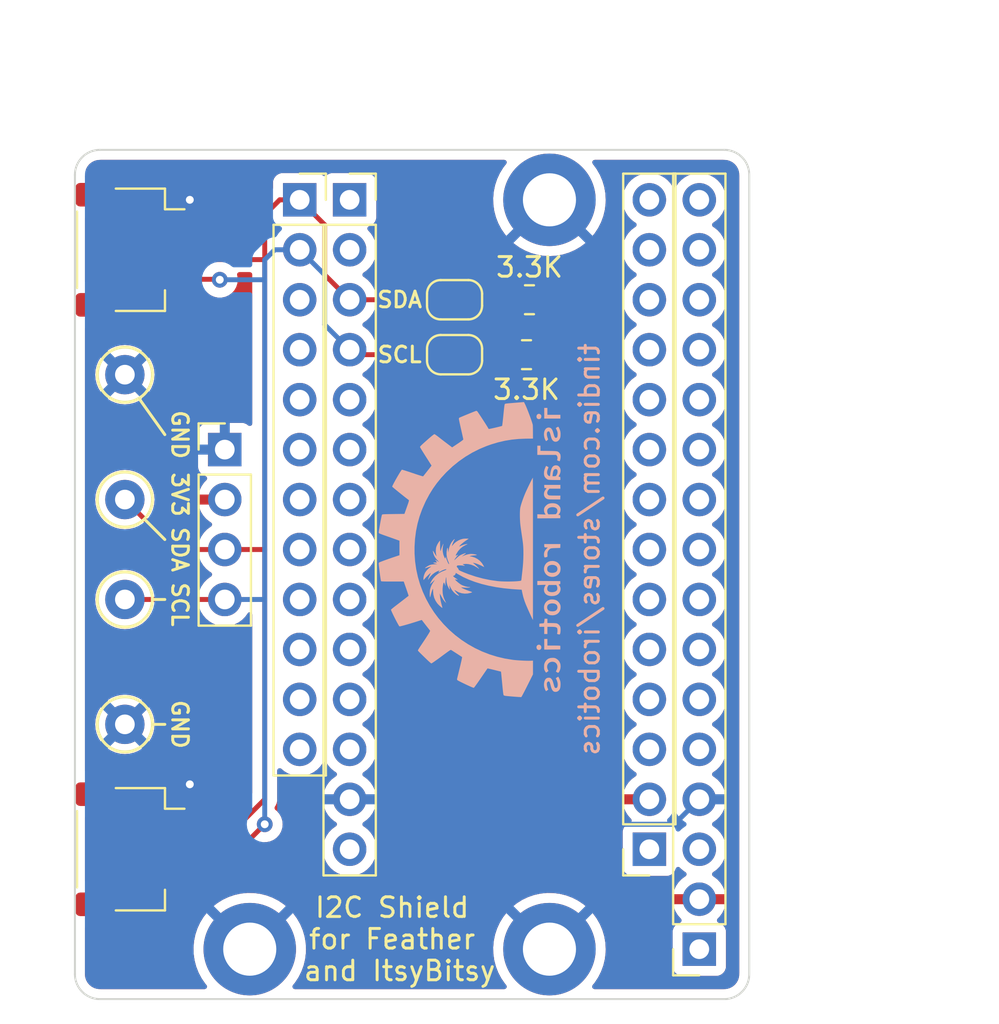
<source format=kicad_pcb>
(kicad_pcb (version 20211014) (generator pcbnew)
  (layers (0 "F.Cu" signal) (31 "B.Cu" signal) (34 "B.Paste" user) (35 "F.Paste" user) (36 "B.SilkS" user "B.Silkscreen") (37 "F.SilkS" user "F.Silkscreen") (38 "B.Mask" user) (39 "F.Mask" user) (44 "Edge.Cuts" user))
  (net 0 "")
  (net 3 "/SDA")
  (net 4 "/SCL")
  (net 13 "GND")
  (net 16 "+3V3")
  (net 53 "Net-(R1-Pad2)")
  (net 54 "Net-(R2-Pad2)")
  (footprint "Connector_JST:JST_SH_SM04B-SRSS-TB_1x04-1MP_P1.00mm_Horizontal" (layer "F.Cu") (at 108.204 119.38 -90)
    (fp_text reference "J6" hide)
    (fp_text value "Conn_01x04_Male" hide)
    (pad "1" smd roundrect locked (at -1.5 -2 270) (size 0.6 1.55) (layers "F.Cu" "F.Paste" "F.Mask") (net 13 "GND"))
    (pad "2" smd roundrect locked (at -0.5 -2 270) (size 0.6 1.55) (layers "F.Cu" "F.Paste" "F.Mask") (net 16 "+3V3"))
    (pad "3" smd roundrect locked (at 0.5 -2 270) (size 0.6 1.55) (layers "F.Cu" "F.Paste" "F.Mask") (net 3 "/SDA"))
    (pad "4" smd roundrect locked (at 1.5 -2 270) (size 0.6 1.55) (layers "F.Cu" "F.Paste" "F.Mask") (net 4 "/SCL"))
    (pad "MP" smd roundrect locked (at -2.8 1.875 270) (size 1.2 1.8) (layers "F.Cu" "F.Paste" "F.Mask") (roundrect_rratio 0.2083333333))
    (pad "MP" smd roundrect locked (at 2.8 1.875 270) (size 1.2 1.8) (layers "F.Cu" "F.Paste" "F.Mask") (roundrect_rratio 0.2083333333))
  )
  (footprint "Connector_PinSocket_2.54mm:PinSocket_1x14_P2.54mm_Vertical" (layer "F.Cu") (at 134.62 119.38 180)
    (fp_text reference "J2" hide)
    (fp_text value "Conn_01x14" hide)
    (pad "1" thru_hole rect locked (at 0 0 180) (size 1.7 1.7) (drill 1) (layers *.Cu *.Mask))
    (pad "2" thru_hole oval locked (at 0 2.54 180) (size 1.7 1.7) (drill 1) (layers *.Cu *.Mask) (net 16 "+3V3"))
    (pad "3" thru_hole oval locked (at 0 5.08 180) (size 1.7 1.7) (drill 1) (layers *.Cu *.Mask))
    (pad "4" thru_hole oval locked (at 0 7.62 180) (size 1.7 1.7) (drill 1) (layers *.Cu *.Mask))
    (pad "5" thru_hole oval locked (at 0 10.16 180) (size 1.7 1.7) (drill 1) (layers *.Cu *.Mask))
    (pad "6" thru_hole oval locked (at 0 12.7 180) (size 1.7 1.7) (drill 1) (layers *.Cu *.Mask))
    (pad "7" thru_hole oval locked (at 0 15.24 180) (size 1.7 1.7) (drill 1) (layers *.Cu *.Mask))
    (pad "8" thru_hole oval locked (at 0 17.78 180) (size 1.7 1.7) (drill 1) (layers *.Cu *.Mask))
    (pad "9" thru_hole oval locked (at 0 20.32 180) (size 1.7 1.7) (drill 1) (layers *.Cu *.Mask))
    (pad "10" thru_hole oval locked (at 0 22.86 180) (size 1.7 1.7) (drill 1) (layers *.Cu *.Mask))
    (pad "11" thru_hole oval locked (at 0 25.4 180) (size 1.7 1.7) (drill 1) (layers *.Cu *.Mask))
    (pad "12" thru_hole oval locked (at 0 27.94 180) (size 1.7 1.7) (drill 1) (layers *.Cu *.Mask))
    (pad "13" thru_hole oval locked (at 0 30.48 180) (size 1.7 1.7) (drill 1) (layers *.Cu *.Mask))
    (pad "14" thru_hole oval locked (at 0 33.02 180) (size 1.7 1.7) (drill 1) (layers *.Cu *.Mask))
  )
  (footprint "TestPoint:TestPoint_Keystone_5000-5004_Miniature" (layer "F.Cu") (at 107.95 106.68)
    (fp_text reference "TP1" hide)
    (fp_text value "TestPoint" hide)
    (pad "1" thru_hole circle locked (at 0 0) (size 2 2) (drill 1) (layers *.Cu *.Mask) (net 4 "/SCL"))
  )
  (footprint "Resistor_SMD:R_0805_2012Metric" (layer "F.Cu") (at 128.524 91.44 180)
    (fp_text reference "R2" hide)
    (fp_text value "3.3K" (at 0 1.65) (layer "F.SilkS"))
    (pad "1" smd roundrect locked (at -0.9125 0 180) (size 1.025 1.4) (layers "F.Cu" "F.Paste" "F.Mask") (roundrect_rratio 0.243902439) (net 16 "+3V3"))
    (pad "2" smd roundrect locked (at 0.9125 0 180) (size 1.025 1.4) (layers "F.Cu" "F.Paste" "F.Mask") (roundrect_rratio 0.243902439) (net 54 "Net-(R2-Pad2)"))
  )
  (footprint "Connector_JST:JST_SH_SM04B-SRSS-TB_1x04-1MP_P1.00mm_Horizontal" (layer "F.Cu") (at 108.204 88.9 -90)
    (fp_text reference "J5" hide)
    (fp_text value "Conn_01x04_Male" hide)
    (pad "1" smd roundrect locked (at -1.5 -2 270) (size 0.6 1.55) (layers "F.Cu" "F.Paste" "F.Mask") (net 13 "GND"))
    (pad "2" smd roundrect locked (at -0.5 -2 270) (size 0.6 1.55) (layers "F.Cu" "F.Paste" "F.Mask") (net 16 "+3V3"))
    (pad "3" smd roundrect locked (at 0.5 -2 270) (size 0.6 1.55) (layers "F.Cu" "F.Paste" "F.Mask") (net 3 "/SDA"))
    (pad "4" smd roundrect locked (at 1.5 -2 270) (size 0.6 1.55) (layers "F.Cu" "F.Paste" "F.Mask") (net 4 "/SCL"))
    (pad "MP" smd roundrect locked (at -2.8 1.875 270) (size 1.2 1.8) (layers "F.Cu" "F.Paste" "F.Mask") (roundrect_rratio 0.2083333333))
    (pad "MP" smd roundrect locked (at 2.8 1.875 270) (size 1.2 1.8) (layers "F.Cu" "F.Paste" "F.Mask") (roundrect_rratio 0.2083333333))
  )
  (footprint "TestPoint:TestPoint_Keystone_5000-5004_Miniature" (layer "F.Cu") (at 107.95 95.25)
    (fp_text reference "TP4" hide)
    (fp_text value "TestPoint" hide)
    (pad "1" thru_hole circle locked (at 0 0) (size 2 2) (drill 1) (layers *.Cu *.Mask) (net 13 "GND"))
  )
  (footprint "shurik-personal:SolderJumper-2_P1.3mm_Bridged" (layer "F.Cu") (at 124.714 91.44)
    (fp_text reference "JP2" hide)
    (fp_text value "SolderJumper_2_Bridged" hide)
    (fp_poly (pts (xy 0.25 -0.3) (xy -0.25 -0.3) (xy -0.25 0.3) (xy 0.25 0.3)) (layer "F.Cu") (width 0) (fill solid))
    (pad "1" smd custom locked (at -0.65 0) (size 1 0.5) (layers "F.Cu" "F.Mask") (net 3 "/SDA") (options (clearance outline) (anchor rect)) (primitives (gr_circle (center 0 0.25) (end 0.5 0.25) (width 0) (fill yes)) (gr_circle (center 0 -0.25) (end 0.5 -0.25) (width 0) (fill yes)) (gr_poly (pts (xy 0.5 0.75) (xy 0 0.75) (xy 0 -0.75) (xy 0.5 -0.75)) (width 0) (fill yes))))
    (pad "2" smd custom locked (at 0.65 0) (size 1 0.5) (layers "F.Cu" "F.Mask") (net 54 "Net-(R2-Pad2)") (options (clearance outline) (anchor rect)) (primitives (gr_circle (center 0 0.25) (end 0.5 0.25) (width 0) (fill yes)) (gr_circle (center 0 -0.25) (end 0.5 -0.25) (width 0) (fill yes)) (gr_poly (pts (xy 0 0.75) (xy -0.5 0.75) (xy -0.5 -0.75) (xy 0 -0.75)) (width 0) (fill yes))))
  )
  (footprint "TestPoint:TestPoint_Keystone_5000-5004_Miniature" (layer "F.Cu") (at 107.95 101.6)
    (fp_text reference "TP3" hide)
    (fp_text value "TestPoint" hide)
    (pad "1" thru_hole circle locked (at 0 0) (size 2 2) (drill 1) (layers *.Cu *.Mask) (net 3 "/SDA"))
  )
  (footprint "Connector_PinSocket_2.54mm:PinSocket_1x14_P2.54mm_Vertical" (layer "F.Cu") (at 119.38 86.36)
    (fp_text reference "J1" hide)
    (fp_text value "Conn_01x14" hide)
    (pad "1" thru_hole rect locked (at 0 0) (size 1.7 1.7) (drill 1) (layers *.Cu *.Mask))
    (pad "2" thru_hole oval locked (at 0 2.54) (size 1.7 1.7) (drill 1) (layers *.Cu *.Mask))
    (pad "3" thru_hole oval locked (at 0 5.08) (size 1.7 1.7) (drill 1) (layers *.Cu *.Mask) (net 3 "/SDA"))
    (pad "4" thru_hole oval locked (at 0 7.62) (size 1.7 1.7) (drill 1) (layers *.Cu *.Mask) (net 4 "/SCL"))
    (pad "5" thru_hole oval locked (at 0 10.16) (size 1.7 1.7) (drill 1) (layers *.Cu *.Mask))
    (pad "6" thru_hole oval locked (at 0 12.7) (size 1.7 1.7) (drill 1) (layers *.Cu *.Mask))
    (pad "7" thru_hole oval locked (at 0 15.24) (size 1.7 1.7) (drill 1) (layers *.Cu *.Mask))
    (pad "8" thru_hole oval locked (at 0 17.78) (size 1.7 1.7) (drill 1) (layers *.Cu *.Mask))
    (pad "9" thru_hole oval locked (at 0 20.32) (size 1.7 1.7) (drill 1) (layers *.Cu *.Mask))
    (pad "10" thru_hole oval locked (at 0 22.86) (size 1.7 1.7) (drill 1) (layers *.Cu *.Mask))
    (pad "11" thru_hole oval locked (at 0 25.4) (size 1.7 1.7) (drill 1) (layers *.Cu *.Mask))
    (pad "12" thru_hole oval locked (at 0 27.94) (size 1.7 1.7) (drill 1) (layers *.Cu *.Mask))
    (pad "13" thru_hole oval locked (at 0 30.48) (size 1.7 1.7) (drill 1) (layers *.Cu *.Mask) (net 13 "GND"))
    (pad "14" thru_hole oval locked (at 0 33.02) (size 1.7 1.7) (drill 1) (layers *.Cu *.Mask))
  )
  (footprint "TestPoint:TestPoint_Keystone_5000-5004_Miniature" (layer "F.Cu") (at 107.95 113.03)
    (fp_text reference "TP2" hide)
    (fp_text value "TestPoint" hide)
    (pad "1" thru_hole circle locked (at 0 0) (size 2 2) (drill 1) (layers *.Cu *.Mask) (net 13 "GND"))
  )
  (footprint "Connector_PinHeader_2.54mm:PinHeader_1x04_P2.54mm_Vertical" (layer "F.Cu") (at 113.03 99.06)
    (fp_text reference "J7" hide)
    (fp_text value "Conn_01x04_Male" hide)
    (pad "1" thru_hole rect locked (at 0 0) (size 1.7 1.7) (drill 1) (layers *.Cu *.Mask) (net 13 "GND"))
    (pad "2" thru_hole oval locked (at 0 2.54) (size 1.7 1.7) (drill 1) (layers *.Cu *.Mask) (net 16 "+3V3"))
    (pad "3" thru_hole oval locked (at 0 5.08) (size 1.7 1.7) (drill 1) (layers *.Cu *.Mask) (net 3 "/SDA"))
    (pad "4" thru_hole oval locked (at 0 7.62) (size 1.7 1.7) (drill 1) (layers *.Cu *.Mask) (net 4 "/SCL"))
  )
  (footprint "Connector_PinSocket_2.54mm:PinSocket_1x12_P2.54mm_Vertical" (layer "F.Cu") (at 116.84 86.36)
    (fp_text reference "J3" hide)
    (fp_text value "Conn_01x12" hide)
    (pad "1" thru_hole rect locked (at 0 0) (size 1.7 1.7) (drill 1) (layers *.Cu *.Mask) (net 3 "/SDA"))
    (pad "2" thru_hole oval locked (at 0 2.54) (size 1.7 1.7) (drill 1) (layers *.Cu *.Mask) (net 4 "/SCL"))
    (pad "3" thru_hole oval locked (at 0 5.08) (size 1.7 1.7) (drill 1) (layers *.Cu *.Mask))
    (pad "4" thru_hole oval locked (at 0 7.62) (size 1.7 1.7) (drill 1) (layers *.Cu *.Mask))
    (pad "5" thru_hole oval locked (at 0 10.16) (size 1.7 1.7) (drill 1) (layers *.Cu *.Mask))
    (pad "6" thru_hole oval locked (at 0 12.7) (size 1.7 1.7) (drill 1) (layers *.Cu *.Mask))
    (pad "7" thru_hole oval locked (at 0 15.24) (size 1.7 1.7) (drill 1) (layers *.Cu *.Mask))
    (pad "8" thru_hole oval locked (at 0 17.78) (size 1.7 1.7) (drill 1) (layers *.Cu *.Mask))
    (pad "9" thru_hole oval locked (at 0 20.32) (size 1.7 1.7) (drill 1) (layers *.Cu *.Mask))
    (pad "10" thru_hole oval locked (at 0 22.86) (size 1.7 1.7) (drill 1) (layers *.Cu *.Mask))
    (pad "11" thru_hole oval locked (at 0 25.4) (size 1.7 1.7) (drill 1) (layers *.Cu *.Mask))
    (pad "12" thru_hole oval locked (at 0 27.94) (size 1.7 1.7) (drill 1) (layers *.Cu *.Mask))
  )
  (footprint "Resistor_SMD:R_0805_2012Metric" (layer "F.Cu") (at 128.373505 94.234 180)
    (fp_text reference "R1" hide)
    (fp_text value "3.3K" (at 0 -1.778) (layer "F.SilkS"))
    (pad "1" smd roundrect locked (at -0.9125 0 180) (size 1.025 1.4) (layers "F.Cu" "F.Paste" "F.Mask") (roundrect_rratio 0.243902439) (net 16 "+3V3"))
    (pad "2" smd roundrect locked (at 0.9125 0 180) (size 1.025 1.4) (layers "F.Cu" "F.Paste" "F.Mask") (roundrect_rratio 0.243902439) (net 53 "Net-(R1-Pad2)"))
  )
  (footprint "MountingHole:MountingHole_2.7mm_M2.5_DIN965_Pad" (layer "F.Cu") (at 114.3 124.46)
    (fp_text reference "REF**" hide)
    (fp_text value "MountingHole_2.7mm_M2.5_DIN965_Pad" hide)
    (pad "1" thru_hole circle locked (at 0 0) (size 4.700001 4.700001) (drill 2.7) (layers *.Cu *.Mask) (net 13 "GND"))
  )
  (footprint "MountingHole:MountingHole_2.7mm_M2.5_DIN965_Pad" (layer "F.Cu") (at 129.54 124.46)
    (fp_text reference "REF**" hide)
    (fp_text value "MountingHole_2.7mm_M2.5_DIN965_Pad" hide)
    (pad "1" thru_hole circle locked (at 0 0) (size 4.700001 4.700001) (drill 2.7) (layers *.Cu *.Mask) (net 13 "GND"))
  )
  (footprint "Connector_PinSocket_2.54mm:PinSocket_1x16_P2.54mm_Vertical" (layer "F.Cu") (at 137.16 124.46 180)
    (fp_text reference "J4" hide)
    (fp_text value "Conn_01x16" hide)
    (pad "1" thru_hole rect locked (at 0 0 180) (size 1.7 1.7) (drill 1) (layers *.Cu *.Mask))
    (pad "2" thru_hole oval locked (at 0 2.54 180) (size 1.7 1.7) (drill 1) (layers *.Cu *.Mask) (net 16 "+3V3"))
    (pad "3" thru_hole oval locked (at 0 5.08 180) (size 1.7 1.7) (drill 1) (layers *.Cu *.Mask))
    (pad "4" thru_hole oval locked (at 0 7.62 180) (size 1.7 1.7) (drill 1) (layers *.Cu *.Mask) (net 13 "GND"))
    (pad "5" thru_hole oval locked (at 0 10.16 180) (size 1.7 1.7) (drill 1) (layers *.Cu *.Mask))
    (pad "6" thru_hole oval locked (at 0 12.7 180) (size 1.7 1.7) (drill 1) (layers *.Cu *.Mask))
    (pad "7" thru_hole oval locked (at 0 15.24 180) (size 1.7 1.7) (drill 1) (layers *.Cu *.Mask))
    (pad "8" thru_hole oval locked (at 0 17.78 180) (size 1.7 1.7) (drill 1) (layers *.Cu *.Mask))
    (pad "9" thru_hole oval locked (at 0 20.32 180) (size 1.7 1.7) (drill 1) (layers *.Cu *.Mask))
    (pad "10" thru_hole oval locked (at 0 22.86 180) (size 1.7 1.7) (drill 1) (layers *.Cu *.Mask))
    (pad "11" thru_hole oval locked (at 0 25.4 180) (size 1.7 1.7) (drill 1) (layers *.Cu *.Mask))
    (pad "12" thru_hole oval locked (at 0 27.94 180) (size 1.7 1.7) (drill 1) (layers *.Cu *.Mask))
    (pad "13" thru_hole oval locked (at 0 30.48 180) (size 1.7 1.7) (drill 1) (layers *.Cu *.Mask))
    (pad "14" thru_hole oval locked (at 0 33.02 180) (size 1.7 1.7) (drill 1) (layers *.Cu *.Mask))
    (pad "15" thru_hole oval locked (at 0 35.56 180) (size 1.7 1.7) (drill 1) (layers *.Cu *.Mask))
    (pad "16" thru_hole oval locked (at 0 38.1 180) (size 1.7 1.7) (drill 1) (layers *.Cu *.Mask))
  )
  (footprint "shurik-personal:SolderJumper-2_P1.3mm_Bridged" (layer "F.Cu") (at 124.714 94.234)
    (fp_text reference "JP1" hide)
    (fp_text value "SolderJumper_2_Bridged" hide)
    (fp_poly (pts (xy 0.25 -0.3) (xy -0.25 -0.3) (xy -0.25 0.3) (xy 0.25 0.3)) (layer "F.Cu") (width 0) (fill solid))
    (pad "1" smd custom locked (at -0.65 0) (size 1 0.5) (layers "F.Cu" "F.Mask") (net 4 "/SCL") (options (clearance outline) (anchor rect)) (primitives (gr_circle (center 0 0.25) (end 0.5 0.25) (width 0) (fill yes)) (gr_circle (center 0 -0.25) (end 0.5 -0.25) (width 0) (fill yes)) (gr_poly (pts (xy 0.5 0.75) (xy 0 0.75) (xy 0 -0.75) (xy 0.5 -0.75)) (width 0) (fill yes))))
    (pad "2" smd custom locked (at 0.65 0) (size 1 0.5) (layers "F.Cu" "F.Mask") (net 53 "Net-(R1-Pad2)") (options (clearance outline) (anchor rect)) (primitives (gr_circle (center 0 0.25) (end 0.5 0.25) (width 0) (fill yes)) (gr_circle (center 0 -0.25) (end 0.5 -0.25) (width 0) (fill yes)) (gr_poly (pts (xy 0 0.75) (xy -0.5 0.75) (xy -0.5 -0.75) (xy 0 -0.75)) (width 0) (fill yes))))
  )
  (footprint "MountingHole:MountingHole_2.7mm_M2.5_DIN965_Pad" (layer "F.Cu") (at 129.54 86.36)
    (fp_text reference "REF**" hide)
    (fp_text value "MountingHole_2.7mm_M2.5_DIN965_Pad" hide)
    (pad "1" thru_hole circle locked (at 0 0) (size 4.700001 4.700001) (drill 2.7) (layers *.Cu *.Mask) (net 13 "GND"))
  )
  (footprint "shurik-personal:my_logo" (layer "B.Cu") (at 125.476 104.14 -90)
    (fp_text reference "G***" hide)
    (fp_text value "LOGO" hide)
  )
  (gr_line (start 109.35 113.03) (end 109.982 113.03) (layer "F.SilkS") (width 0.15))
  (gr_line (start 108.966 102.616) (end 109.982 103.632) (layer "F.SilkS") (width 0.15))
  (gr_line (start 108.712 96.52) (end 109.982 98.298) (layer "F.SilkS") (width 0.15))
  (gr_line (start 109.35 106.68) (end 109.982 106.68) (layer "F.SilkS") (width 0.15))
  (gr_arc (start 138.43 83.82) (mid 139.328026 84.191974) (end 139.7 85.09) (layer "Edge.Cuts") (width 0.1))
  (gr_line (start 106.68 83.82) (end 138.43 83.82) (layer "Edge.Cuts") (width 0.1))
  (gr_line (start 105.41 125.73) (end 105.41 85.09) (layer "Edge.Cuts") (width 0.1))
  (gr_arc (start 105.41 85.09) (mid 105.781974 84.191974) (end 106.68 83.82) (layer "Edge.Cuts") (width 0.1))
  (gr_line (start 138.43 127) (end 106.68 127) (layer "Edge.Cuts") (width 0.1))
  (gr_line (start 139.7 85.09) (end 139.7 125.73) (layer "Edge.Cuts") (width 0.1))
  (gr_arc (start 139.7 125.73) (mid 139.328026 126.628026) (end 138.43 127) (layer "Edge.Cuts") (width 0.1))
  (gr_arc (start 106.68 127) (mid 105.781974 126.628026) (end 105.41 125.73) (layer "Edge.Cuts") (width 0.1))
  (gr_text "tindie.com/stores/irobotics" (at 131.572 104.14 90) (layer "B.SilkS") (effects (font (size 1 1)) (justify mirror)))
  (gr_text "I2C Shield \nfor Feather \nand ItsyBitsy" (at 121.92 123.952) (layer "F.SilkS") (effects (font (size 1 1))))
  (gr_text "SDA" (at 110.744 104.14 270) (layer "F.SilkS") (effects (font (size 0.8 0.8))))
  (gr_text "SCL" (at 110.744 106.934 270) (layer "F.SilkS") (effects (font (size 0.8 0.8))))
  (gr_text "GND" (at 110.744 98.298 270) (layer "F.SilkS") (effects (font (size 0.8 0.8))))
  (gr_text "SDA" (at 121.92 91.44) (layer "F.SilkS") (effects (font (size 0.8 0.8))))
  (gr_text "GND" (at 110.744 113.03 270) (layer "F.SilkS") (effects (font (size 0.8 0.8))))
  (gr_text "3V3" (at 110.744 101.346 270) (layer "F.SilkS") (effects (font (size 0.8 0.8))))
  (gr_text "SCL" (at 121.92 94.234) (layer "F.SilkS") (effects (font (size 0.8 0.8))))
  (segment (start 110.49 104.14) (end 113.03 104.14) (width 0.25) (layer "F.Cu") (net 3))
  (segment (start 119.38 91.44) (end 123.444 91.44) (width 0.25) (layer "F.Cu") (net 3))
  (segment (start 110.204 89.4) (end 115.054 89.4) (width 0.25) (layer "F.Cu") (net 3))
  (segment (start 113.03 104.14) (end 115.062 104.14) (width 0.25) (layer "F.Cu") (net 3))
  (segment (start 115.062 104.14) (end 115.062 116.84) (width 0.25) (layer "F.Cu") (net 3))
  (segment (start 118.11 90.17) (end 118.11 87.63) (width 0.25) (layer "F.Cu") (net 3))
  (segment (start 115.054 89.4) (end 115.062 89.408) (width 0.25) (layer "F.Cu") (net 3))
  (segment (start 115.824 86.36) (end 115.062 87.122) (width 0.25) (layer "F.Cu") (net 3))
  (segment (start 119.38 91.44) (end 118.11 90.17) (width 0.25) (layer "F.Cu") (net 3))
  (segment (start 115.062 87.122) (end 115.062 89.408) (width 0.25) (layer "F.Cu") (net 3))
  (segment (start 116.84 86.36) (end 115.824 86.36) (width 0.25) (layer "F.Cu") (net 3))
  (segment (start 115.062 89.408) (end 115.062 104.14) (width 0.25) (layer "F.Cu") (net 3))
  (segment (start 112.022 119.88) (end 110.204 119.88) (width 0.25) (layer "F.Cu") (net 3))
  (segment (start 115.062 116.84) (end 112.022 119.88) (width 0.25) (layer "F.Cu") (net 3))
  (segment (start 118.11 87.63) (end 116.84 86.36) (width 0.25) (layer "F.Cu") (net 3))
  (segment (start 107.95 101.6) (end 110.49 104.14) (width 0.25) (layer "F.Cu") (net 3))
  (segment (start 115.062 118.11) (end 112.292 120.88) (width 0.25) (layer "F.Cu") (net 4))
  (segment (start 107.95 106.68) (end 113.03 106.68) (width 0.25) (layer "F.Cu") (net 4))
  (segment (start 110.204 90.4) (end 112.752 90.4) (width 0.25) (layer "F.Cu") (net 4))
  (segment (start 112.752 90.4) (end 112.776 90.424) (width 0.25) (layer "F.Cu") (net 4))
  (segment (start 123.5475 94.234) (end 119.634 94.234) (width 0.25) (layer "F.Cu") (net 4))
  (segment (start 112.292 120.88) (end 110.204 120.88) (width 0.25) (layer "F.Cu") (net 4))
  (via (at 112.776 90.424) (size 0.8) (drill 0.4) (layers "F.Cu" "B.Cu") (net 4))
  (via (at 115.062 118.11) (size 0.8) (drill 0.4) (layers "F.Cu" "B.Cu") (net 4))
  (segment (start 116.84 88.9) (end 115.57 88.9) (width 0.25) (layer "B.Cu") (net 4))
  (segment (start 113.03 106.68) (end 115.062 106.68) (width 0.25) (layer "B.Cu") (net 4))
  (segment (start 116.84 88.9) (end 118.11 90.17) (width 0.25) (layer "B.Cu") (net 4))
  (segment (start 112.776 90.424) (end 115.062 90.424) (width 0.25) (layer "B.Cu") (net 4))
  (segment (start 118.11 90.17) (end 118.11 92.71) (width 0.25) (layer "B.Cu") (net 4))
  (segment (start 115.062 90.424) (end 115.062 106.68) (width 0.25) (layer "B.Cu") (net 4))
  (segment (start 115.062 89.408) (end 115.062 90.424) (width 0.25) (layer "B.Cu") (net 4))
  (segment (start 115.57 88.9) (end 115.062 89.408) (width 0.25) (layer "B.Cu") (net 4))
  (segment (start 118.11 92.71) (end 119.38 93.98) (width 0.25) (layer "B.Cu") (net 4))
  (segment (start 115.062 118.11) (end 115.062 106.68) (width 0.25) (layer "B.Cu") (net 4))
  (segment (start 111.252 117.348) (end 111.252 116.078) (width 0.25) (layer "F.Cu") (net 13))
  (segment (start 110.72 117.88) (end 111.252 117.348) (width 0.25) (layer "F.Cu") (net 13))
  (segment (start 111.252 87.122) (end 111.252 86.36) (width 0.25) (layer "F.Cu") (net 13))
  (segment (start 110.974 87.4) (end 111.252 87.122) (width 0.25) (layer "F.Cu") (net 13))
  (segment (start 110.204 87.4) (end 110.974 87.4) (width 0.25) (layer "F.Cu") (net 13))
  (segment (start 110.204 117.88) (end 110.72 117.88) (width 0.25) (layer "F.Cu") (net 13))
  (via (at 111.252 116.078) (size 0.8) (drill 0.4) (layers "F.Cu" "B.Cu") (net 13))
  (via (at 111.252 86.36) (size 0.8) (drill 0.4) (layers "F.Cu" "B.Cu") (net 13))
  (segment (start 133.35 118.11) (end 135.89 118.11) (width 0.254) (layer "B.Cu") (net 13))
  (segment (start 119.38 116.84) (end 132.08 116.84) (width 0.254) (layer "B.Cu") (net 13))
  (segment (start 132.08 116.84) (end 133.35 118.11) (width 0.254) (layer "B.Cu") (net 13))
  (segment (start 135.89 118.11) (end 137.16 116.84) (width 0.254) (layer "B.Cu") (net 13))
  (segment (start 125.252 94.234) (end 127.461 94.234) (width 0.25) (layer "F.Cu") (net 53))
  (segment (start 125.364 91.44) (end 127.6115 91.44) (width 0.25) (layer "F.Cu") (net 54))
  (zone (net 16) (net_name "+3V3") (layer "F.Cu") (connect_pads (clearance 0.508)) (min_thickness 0.254) (fill yes (thermal_gap 0.508) (thermal_bridge_width 0.508))
    (polygon (pts (xy 152.4 127) (xy 101.6 128.27) (xy 101.6 77.47) (xy 152.4 77.47)))
  )
  (zone (net 13) (net_name "GND") (layer "B.Cu") (connect_pads (clearance 0.508)) (min_thickness 0.254) (fill yes (thermal_gap 0.508) (thermal_bridge_width 0.508))
    (polygon (pts (xy 152.4 127) (xy 101.6 128.27) (xy 101.6 76.2) (xy 152.4 76.2)))
  )
)
</source>
